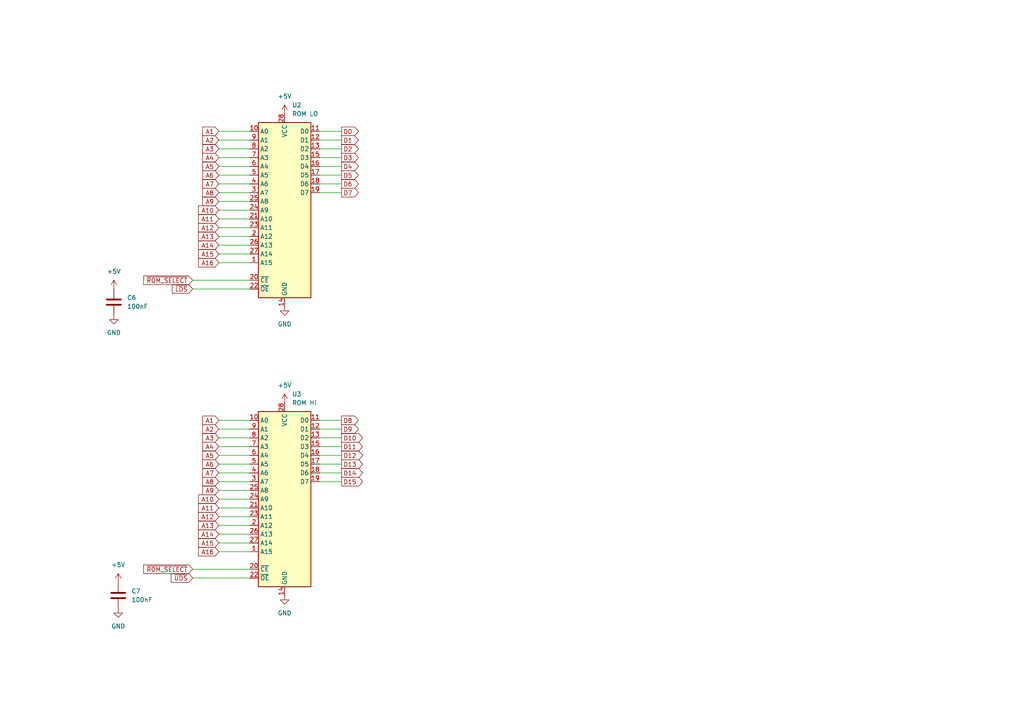
<source format=kicad_sch>
(kicad_sch (version 20250114) (generator "eeschema") (generator_version "9.0")
  (paper "A4")
  (lib_symbols
    (symbol "Device:C" (pin_numbers (hide yes)) (pin_names (offset 0.254))
      (property "Reference" "C" (at 0.635 2.54 0))
      (property "Value" "C" (at 0.635 -2.54 0))
      (symbol "C_0_1"
        (polyline (pts (xy -2.032 0.762) (xy 2.032 0.762)) (stroke (width 0.508)))
        (polyline (pts (xy -2.032 -0.762) (xy 2.032 -0.762)) (stroke (width 0.508)))
      )
      (symbol "C_1_1"
        (pin passive line (at 0 3.81 270) (length 2.794) (name "~") (number "1"))
        (pin passive line (at 0 -3.81 90) (length 2.794) (name "~") (number "2"))
      )
    )
    (symbol "Memory_EPROM:27C512"
      (property "Reference" "U" (at -7.62 26.67 0))
      (property "Value" "27C512" (at 2.54 -26.67 0))
      (symbol "27C512_1_1"
        (rectangle (start -7.62 25.4) (end 7.62 -25.4) (stroke (width 0.254)) (fill (type background)))
        (pin input line (at -10.16 22.86 0) (length 2.54) (name "A0") (number "10"))
        (pin input line (at -10.16 20.32 0) (length 2.54) (name "A1") (number "9"))
        (pin input line (at -10.16 17.78 0) (length 2.54) (name "A2") (number "8"))
        (pin input line (at -10.16 15.24 0) (length 2.54) (name "A3") (number "7"))
        (pin input line (at -10.16 12.7 0) (length 2.54) (name "A4") (number "6"))
        (pin input line (at -10.16 10.16 0) (length 2.54) (name "A5") (number "5"))
        (pin input line (at -10.16 7.62 0) (length 2.54) (name "A6") (number "4"))
        (pin input line (at -10.16 5.08 0) (length 2.54) (name "A7") (number "3"))
        (pin input line (at -10.16 2.54 0) (length 2.54) (name "A8") (number "25"))
        (pin input line (at -10.16 0 0) (length 2.54) (name "A9") (number "24"))
        (pin input line (at -10.16 -2.54 0) (length 2.54) (name "A10") (number "21"))
        (pin input line (at -10.16 -5.08 0) (length 2.54) (name "A11") (number "23"))
        (pin input line (at -10.16 -7.62 0) (length 2.54) (name "A12") (number "2"))
        (pin input line (at -10.16 -10.16 0) (length 2.54) (name "A13") (number "26"))
        (pin input line (at -10.16 -12.7 0) (length 2.54) (name "A14") (number "27"))
        (pin input line (at -10.16 -15.24 0) (length 2.54) (name "A15") (number "1"))
        (pin input line (at -10.16 -20.32 0) (length 2.54) (name "~{CE}") (number "20"))
        (pin input line (at -10.16 -22.86 0) (length 2.54) (name "~{OE}") (number "22"))
        (pin power_in line (at 0 27.94 270) (length 2.54) (name "VCC") (number "28"))
        (pin power_in line (at 0 -27.94 90) (length 2.54) (name "GND") (number "14"))
        (pin tri_state line (at 10.16 22.86 180) (length 2.54) (name "D0") (number "11"))
        (pin tri_state line (at 10.16 20.32 180) (length 2.54) (name "D1") (number "12"))
        (pin tri_state line (at 10.16 17.78 180) (length 2.54) (name "D2") (number "13"))
        (pin tri_state line (at 10.16 15.24 180) (length 2.54) (name "D3") (number "15"))
        (pin tri_state line (at 10.16 12.7 180) (length 2.54) (name "D4") (number "16"))
        (pin tri_state line (at 10.16 10.16 180) (length 2.54) (name "D5") (number "17"))
        (pin tri_state line (at 10.16 7.62 180) (length 2.54) (name "D6") (number "18"))
        (pin tri_state line (at 10.16 5.08 180) (length 2.54) (name "D7") (number "19"))
      )
    )
    (symbol "power:+5V" (power) (pin_numbers (hide yes)) (pin_names (offset 0) (hide yes))
      (property "Value" "+5V" (at 0 3.556 0))
      (symbol "+5V_0_1"
        (polyline (pts (xy -0.762 1.27) (xy 0 2.54)))
        (polyline (pts (xy 0 2.54) (xy 0.762 1.27)))
        (polyline (pts (xy 0 0) (xy 0 2.54)))
      )
      (symbol "+5V_1_1"
        (pin power_in line (at 0 0 90) (length 0) (name "~") (number "1"))
      )
    )
    (symbol "power:GND" (power) (pin_numbers (hide yes)) (pin_names (offset 0) (hide yes))
      (property "Value" "GND" (at 0 -3.81 0))
      (symbol "GND_0_1"
        (polyline (pts (xy 0 0) (xy 0 -1.27) (xy 1.27 -1.27) (xy 0 -2.54) (xy -1.27 -1.27) (xy 0 -1.27)))
      )
      (symbol "GND_1_1"
        (pin power_in line (at 0 0 270) (length 0) (name "~") (number "1"))
      )
    )
  )
  (wire (pts (xy 92.71 40.64) (xy 99.06 40.64)))
  (wire (pts (xy 55.88 81.28) (xy 72.39 81.28)))
  (wire (pts (xy 63.5 58.42) (xy 72.39 58.42)))
  (wire (pts (xy 63.5 127) (xy 72.39 127)))
  (wire (pts (xy 92.71 129.54) (xy 99.06 129.54)))
  (wire (pts (xy 63.5 50.8) (xy 72.39 50.8)))
  (wire (pts (xy 63.5 154.94) (xy 72.39 154.94)))
  (wire (pts (xy 63.5 60.96) (xy 72.39 60.96)))
  (wire (pts (xy 63.5 132.08) (xy 72.39 132.08)))
  (wire (pts (xy 63.5 149.86) (xy 72.39 149.86)))
  (wire (pts (xy 63.5 53.34) (xy 72.39 53.34)))
  (wire (pts (xy 63.5 55.88) (xy 72.39 55.88)))
  (wire (pts (xy 63.5 48.26) (xy 72.39 48.26)))
  (wire (pts (xy 92.71 45.72) (xy 99.06 45.72)))
  (wire (pts (xy 63.5 76.2) (xy 72.39 76.2)))
  (wire (pts (xy 63.5 40.64) (xy 72.39 40.64)))
  (wire (pts (xy 92.71 38.1) (xy 99.06 38.1)))
  (wire (pts (xy 63.5 45.72) (xy 72.39 45.72)))
  (wire (pts (xy 92.71 121.92) (xy 99.06 121.92)))
  (wire (pts (xy 63.5 68.58) (xy 72.39 68.58)))
  (wire (pts (xy 92.71 48.26) (xy 99.06 48.26)))
  (wire (pts (xy 92.71 139.7) (xy 99.06 139.7)))
  (wire (pts (xy 63.5 121.92) (xy 72.39 121.92)))
  (wire (pts (xy 92.71 53.34) (xy 99.06 53.34)))
  (wire (pts (xy 63.5 157.48) (xy 72.39 157.48)))
  (wire (pts (xy 63.5 43.18) (xy 72.39 43.18)))
  (wire (pts (xy 63.5 137.16) (xy 72.39 137.16)))
  (wire (pts (xy 63.5 129.54) (xy 72.39 129.54)))
  (wire (pts (xy 55.88 83.82) (xy 72.39 83.82)))
  (wire (pts (xy 63.5 71.12) (xy 72.39 71.12)))
  (wire (pts (xy 63.5 147.32) (xy 72.39 147.32)))
  (wire (pts (xy 63.5 38.1) (xy 72.39 38.1)))
  (wire (pts (xy 63.5 66.04) (xy 72.39 66.04)))
  (wire (pts (xy 92.71 132.08) (xy 99.06 132.08)))
  (wire (pts (xy 92.71 124.46) (xy 99.06 124.46)))
  (wire (pts (xy 55.88 167.64) (xy 72.39 167.64)))
  (wire (pts (xy 92.71 127) (xy 99.06 127)))
  (wire (pts (xy 92.71 137.16) (xy 99.06 137.16)))
  (wire (pts (xy 92.71 43.18) (xy 99.06 43.18)))
  (wire (pts (xy 63.5 152.4) (xy 72.39 152.4)))
  (wire (pts (xy 55.88 165.1) (xy 72.39 165.1)))
  (wire (pts (xy 63.5 134.62) (xy 72.39 134.62)))
  (wire (pts (xy 63.5 142.24) (xy 72.39 142.24)))
  (wire (pts (xy 92.71 55.88) (xy 99.06 55.88)))
  (wire (pts (xy 63.5 63.5) (xy 72.39 63.5)))
  (wire (pts (xy 63.5 73.66) (xy 72.39 73.66)))
  (wire (pts (xy 63.5 124.46) (xy 72.39 124.46)))
  (wire (pts (xy 63.5 160.02) (xy 72.39 160.02)))
  (wire (pts (xy 92.71 50.8) (xy 99.06 50.8)))
  (wire (pts (xy 92.71 134.62) (xy 99.06 134.62)))
  (wire (pts (xy 63.5 139.7) (xy 72.39 139.7)))
  (wire (pts (xy 63.5 144.78) (xy 72.39 144.78)))
  (global_label "A7" (shape input) (at 63.5 53.34 180) (property "Intersheetrefs" "${INTERSHEET_REFS}" (effects (hide yes))))
  (global_label "A1" (shape input) (at 63.5 38.1 180) (property "Intersheetrefs" "${INTERSHEET_REFS}" (effects (hide yes))))
  (global_label "D15" (shape output) (at 99.06 139.7 0) (property "Intersheetrefs" "${INTERSHEET_REFS}" (effects (hide yes))))
  (global_label "D8" (shape output) (at 99.06 121.92 0) (property "Intersheetrefs" "${INTERSHEET_REFS}" (effects (hide yes))))
  (global_label "D13" (shape output) (at 99.06 134.62 0) (property "Intersheetrefs" "${INTERSHEET_REFS}" (effects (hide yes))))
  (global_label "A15" (shape input) (at 63.5 73.66 180) (property "Intersheetrefs" "${INTERSHEET_REFS}" (effects (hide yes))))
  (global_label "D0" (shape output) (at 99.06 38.1 0) (property "Intersheetrefs" "${INTERSHEET_REFS}" (effects (hide yes))))
  (global_label "A4" (shape input) (at 63.5 129.54 180) (property "Intersheetrefs" "${INTERSHEET_REFS}" (effects (hide yes))))
  (global_label "~{ROM_SELECT}" (shape input) (at 55.88 81.28 180) (property "Intersheetrefs" "${INTERSHEET_REFS}" (effects (hide yes))))
  (global_label "D2" (shape output) (at 99.06 43.18 0) (property "Intersheetrefs" "${INTERSHEET_REFS}" (effects (hide yes))))
  (global_label "A2" (shape input) (at 63.5 40.64 180) (property "Intersheetrefs" "${INTERSHEET_REFS}" (effects (hide yes))))
  (global_label "A15" (shape input) (at 63.5 157.48 180) (property "Intersheetrefs" "${INTERSHEET_REFS}" (effects (hide yes))))
  (global_label "A16" (shape input) (at 63.5 76.2 180) (property "Intersheetrefs" "${INTERSHEET_REFS}" (effects (hide yes))))
  (global_label "A6" (shape input) (at 63.5 134.62 180) (property "Intersheetrefs" "${INTERSHEET_REFS}" (effects (hide yes))))
  (global_label "A5" (shape input) (at 63.5 48.26 180) (property "Intersheetrefs" "${INTERSHEET_REFS}" (effects (hide yes))))
  (global_label "D6" (shape output) (at 99.06 53.34 0) (property "Intersheetrefs" "${INTERSHEET_REFS}" (effects (hide yes))))
  (global_label "A10" (shape input) (at 63.5 144.78 180) (property "Intersheetrefs" "${INTERSHEET_REFS}" (effects (hide yes))))
  (global_label "A1" (shape input) (at 63.5 121.92 180) (property "Intersheetrefs" "${INTERSHEET_REFS}" (effects (hide yes))))
  (global_label "D12" (shape output) (at 99.06 132.08 0) (property "Intersheetrefs" "${INTERSHEET_REFS}" (effects (hide yes))))
  (global_label "A16" (shape input) (at 63.5 160.02 180) (property "Intersheetrefs" "${INTERSHEET_REFS}" (effects (hide yes))))
  (global_label "A2" (shape input) (at 63.5 124.46 180) (property "Intersheetrefs" "${INTERSHEET_REFS}" (effects (hide yes))))
  (global_label "D9" (shape output) (at 99.06 124.46 0) (property "Intersheetrefs" "${INTERSHEET_REFS}" (effects (hide yes))))
  (global_label "A10" (shape input) (at 63.5 60.96 180) (property "Intersheetrefs" "${INTERSHEET_REFS}" (effects (hide yes))))
  (global_label "A9" (shape input) (at 63.5 58.42 180) (property "Intersheetrefs" "${INTERSHEET_REFS}" (effects (hide yes))))
  (global_label "A6" (shape input) (at 63.5 50.8 180) (property "Intersheetrefs" "${INTERSHEET_REFS}" (effects (hide yes))))
  (global_label "~{ROM_SELECT}" (shape input) (at 55.88 165.1 180) (property "Intersheetrefs" "${INTERSHEET_REFS}" (effects (hide yes))))
  (global_label "A11" (shape input) (at 63.5 147.32 180) (property "Intersheetrefs" "${INTERSHEET_REFS}" (effects (hide yes))))
  (global_label "D11" (shape output) (at 99.06 129.54 0) (property "Intersheetrefs" "${INTERSHEET_REFS}" (effects (hide yes))))
  (global_label "A8" (shape input) (at 63.5 139.7 180) (property "Intersheetrefs" "${INTERSHEET_REFS}" (effects (hide yes))))
  (global_label "A12" (shape input) (at 63.5 149.86 180) (property "Intersheetrefs" "${INTERSHEET_REFS}" (effects (hide yes))))
  (global_label "D4" (shape output) (at 99.06 48.26 0) (property "Intersheetrefs" "${INTERSHEET_REFS}" (effects (hide yes))))
  (global_label "A4" (shape input) (at 63.5 45.72 180) (property "Intersheetrefs" "${INTERSHEET_REFS}" (effects (hide yes))))
  (global_label "~{LDS}" (shape input) (at 55.88 83.82 180) (property "Intersheetrefs" "${INTERSHEET_REFS}" (effects (hide yes))))
  (global_label "A7" (shape input) (at 63.5 137.16 180) (property "Intersheetrefs" "${INTERSHEET_REFS}" (effects (hide yes))))
  (global_label "A5" (shape input) (at 63.5 132.08 180) (property "Intersheetrefs" "${INTERSHEET_REFS}" (effects (hide yes))))
  (global_label "A14" (shape input) (at 63.5 154.94 180) (property "Intersheetrefs" "${INTERSHEET_REFS}" (effects (hide yes))))
  (global_label "D3" (shape output) (at 99.06 45.72 0) (property "Intersheetrefs" "${INTERSHEET_REFS}" (effects (hide yes))))
  (global_label "A13" (shape input) (at 63.5 68.58 180) (property "Intersheetrefs" "${INTERSHEET_REFS}" (effects (hide yes))))
  (global_label "A3" (shape input) (at 63.5 127 180) (property "Intersheetrefs" "${INTERSHEET_REFS}" (effects (hide yes))))
  (global_label "A14" (shape input) (at 63.5 71.12 180) (property "Intersheetrefs" "${INTERSHEET_REFS}" (effects (hide yes))))
  (global_label "A3" (shape input) (at 63.5 43.18 180) (property "Intersheetrefs" "${INTERSHEET_REFS}" (effects (hide yes))))
  (global_label "A13" (shape input) (at 63.5 152.4 180) (property "Intersheetrefs" "${INTERSHEET_REFS}" (effects (hide yes))))
  (global_label "D5" (shape output) (at 99.06 50.8 0) (property "Intersheetrefs" "${INTERSHEET_REFS}" (effects (hide yes))))
  (global_label "D7" (shape output) (at 99.06 55.88 0) (property "Intersheetrefs" "${INTERSHEET_REFS}" (effects (hide yes))))
  (global_label "D1" (shape output) (at 99.06 40.64 0) (property "Intersheetrefs" "${INTERSHEET_REFS}" (effects (hide yes))))
  (global_label "A9" (shape input) (at 63.5 142.24 180) (property "Intersheetrefs" "${INTERSHEET_REFS}" (effects (hide yes))))
  (global_label "A8" (shape input) (at 63.5 55.88 180) (property "Intersheetrefs" "${INTERSHEET_REFS}" (effects (hide yes))))
  (global_label "D10" (shape output) (at 99.06 127 0) (property "Intersheetrefs" "${INTERSHEET_REFS}" (effects (hide yes))))
  (global_label "A11" (shape input) (at 63.5 63.5 180) (property "Intersheetrefs" "${INTERSHEET_REFS}" (effects (hide yes))))
  (global_label "~{UDS}" (shape input) (at 55.88 167.64 180) (property "Intersheetrefs" "${INTERSHEET_REFS}" (effects (hide yes))))
  (global_label "A12" (shape input) (at 63.5 66.04 180) (property "Intersheetrefs" "${INTERSHEET_REFS}" (effects (hide yes))))
  (global_label "D14" (shape output) (at 99.06 137.16 0) (property "Intersheetrefs" "${INTERSHEET_REFS}" (effects (hide yes))))
  (symbol (lib_id "power:GND") (at 82.55 172.72 0) (unit 1)
    (property "Reference" "#PWR028" (effects (hide yes)))
    (property "Value" "GND" (at 82.55 177.8 0))
    (property "Description" "Power symbol creates a global label with name \"GND\" , ground" (effects (hide yes)))
  )
  (symbol (lib_id "power:+5V") (at 82.55 33.02 0) (unit 1)
    (property "Reference" "#PWR025" (effects (hide yes)))
    (property "Value" "+5V" (at 82.55 27.94 0))
    (property "Description" "Power symbol creates a global label with name \"+5V\"" (effects (hide yes)))
  )
  (symbol (lib_id "Memory_EPROM:27C512") (at 82.55 60.96 0) (unit 1)
    (property "Reference" "U2" (at 84.6933 30.48 0) (effects (justify left)))
    (property "Value" "ROM LO" (at 84.6933 33.02 0) (effects (justify left)))
    (property "Footprint" "Package_DIP:DIP-28_W15.24mm" (effects (hide yes)))
    (property "Datasheet" "http://ww1.microchip.com/downloads/en/DeviceDoc/doc0015.pdf" (effects (hide yes)))
    (property "Description" "OTP EPROM 512 KiBit" (effects (hide yes)))
  )
  (symbol (lib_id "power:GND") (at 33.02 91.44 0) (unit 1)
    (property "Reference" "#PWR022" (effects (hide yes)))
    (property "Value" "GND" (at 33.02 96.52 0))
    (property "Description" "Power symbol creates a global label with name \"GND\" , ground" (effects (hide yes)))
  )
  (symbol (lib_id "Device:C") (at 33.02 87.63 0) (unit 1)
    (property "Reference" "C6" (at 36.83 86.3599 0) (effects (justify left)))
    (property "Value" "100nF" (at 36.83 88.8999 0) (effects (justify left)))
    (property "Footprint" "Capacitor_THT:C_Disc_D5.0mm_W2.5mm_P5.00mm" (effects (hide yes)))
    (property "Description" "Unpolarized capacitor" (effects (hide yes)))
  )
  (symbol (lib_id "power:+5V") (at 34.29 168.91 0) (unit 1)
    (property "Reference" "#PWR023" (effects (hide yes)))
    (property "Value" "+5V" (at 34.29 163.83 0))
    (property "Description" "Power symbol creates a global label with name \"+5V\"" (effects (hide yes)))
  )
  (symbol (lib_id "Device:C") (at 34.29 172.72 0) (unit 1)
    (property "Reference" "C7" (at 38.1 171.4499 0) (effects (justify left)))
    (property "Value" "100nF" (at 38.1 173.9899 0) (effects (justify left)))
    (property "Footprint" "Capacitor_THT:C_Disc_D5.0mm_W2.5mm_P5.00mm" (effects (hide yes)))
    (property "Description" "Unpolarized capacitor" (effects (hide yes)))
  )
  (symbol (lib_id "Memory_EPROM:27C512") (at 82.55 144.78 0) (unit 1)
    (property "Reference" "U3" (at 84.6933 114.3 0) (effects (justify left)))
    (property "Value" "ROM HI" (at 84.6933 116.84 0) (effects (justify left)))
    (property "Footprint" "Package_DIP:DIP-28_W15.24mm" (effects (hide yes)))
    (property "Datasheet" "http://ww1.microchip.com/downloads/en/DeviceDoc/doc0015.pdf" (effects (hide yes)))
    (property "Description" "OTP EPROM 512 KiBit" (effects (hide yes)))
  )
  (symbol (lib_id "power:GND") (at 82.55 88.9 0) (unit 1)
    (property "Reference" "#PWR026" (effects (hide yes)))
    (property "Value" "GND" (at 82.55 93.98 0))
    (property "Description" "Power symbol creates a global label with name \"GND\" , ground" (effects (hide yes)))
  )
  (symbol (lib_id "power:+5V") (at 82.55 116.84 0) (unit 1)
    (property "Reference" "#PWR027" (effects (hide yes)))
    (property "Value" "+5V" (at 82.55 111.76 0))
    (property "Description" "Power symbol creates a global label with name \"+5V\"" (effects (hide yes)))
  )
  (symbol (lib_id "power:+5V") (at 33.02 83.82 0) (unit 1)
    (property "Reference" "#PWR021" (effects (hide yes)))
    (property "Value" "+5V" (at 33.02 78.74 0))
    (property "Description" "Power symbol creates a global label with name \"+5V\"" (effects (hide yes)))
  )
  (symbol (lib_id "power:GND") (at 34.29 176.53 0) (unit 1)
    (property "Reference" "#PWR024" (effects (hide yes)))
    (property "Value" "GND" (at 34.29 181.61 0))
    (property "Description" "Power symbol creates a global label with name \"GND\" , ground" (effects (hide yes)))
  )
)
</source>
